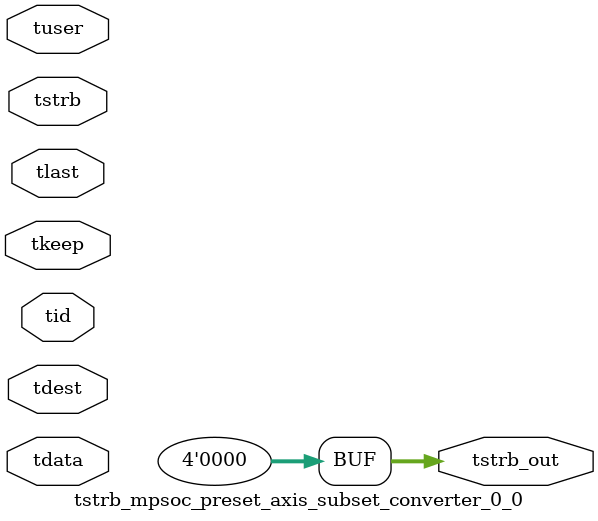
<source format=v>


`timescale 1ps/1ps

module tstrb_mpsoc_preset_axis_subset_converter_0_0 #
(
parameter C_S_AXIS_TDATA_WIDTH = 32,
parameter C_S_AXIS_TUSER_WIDTH = 0,
parameter C_S_AXIS_TID_WIDTH   = 0,
parameter C_S_AXIS_TDEST_WIDTH = 0,
parameter C_M_AXIS_TDATA_WIDTH = 32
)
(
input  [(C_S_AXIS_TDATA_WIDTH == 0 ? 1 : C_S_AXIS_TDATA_WIDTH)-1:0     ] tdata,
input  [(C_S_AXIS_TUSER_WIDTH == 0 ? 1 : C_S_AXIS_TUSER_WIDTH)-1:0     ] tuser,
input  [(C_S_AXIS_TID_WIDTH   == 0 ? 1 : C_S_AXIS_TID_WIDTH)-1:0       ] tid,
input  [(C_S_AXIS_TDEST_WIDTH == 0 ? 1 : C_S_AXIS_TDEST_WIDTH)-1:0     ] tdest,
input  [(C_S_AXIS_TDATA_WIDTH/8)-1:0 ] tkeep,
input  [(C_S_AXIS_TDATA_WIDTH/8)-1:0 ] tstrb,
input                                                                    tlast,
output [(C_M_AXIS_TDATA_WIDTH/8)-1:0 ] tstrb_out
);

assign tstrb_out = {1'b0};

endmodule


</source>
